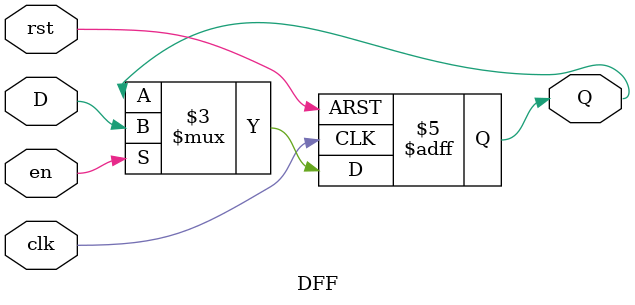
<source format=v>
`timescale 1ns / 1ps

module PIPO(
    input [3:0] Din,
    input clk, 
    input rst,
    input en,
    output [3:0]Dout
    );
    
    genvar i;
    for(i = 0; i < 4; i = i + 1) begin
        DFF D(Din[i], clk, en, rst, Dout[i]);
    end
    
endmodule

module DFF(
    input D,
    input clk,
    input en,
    input rst,
    output reg Q
    );
    
    always @ (posedge clk or posedge rst) begin
    if (rst)
      Q = 0;
    else
      if (en)
        Q = D;
  end
    
endmodule

</source>
